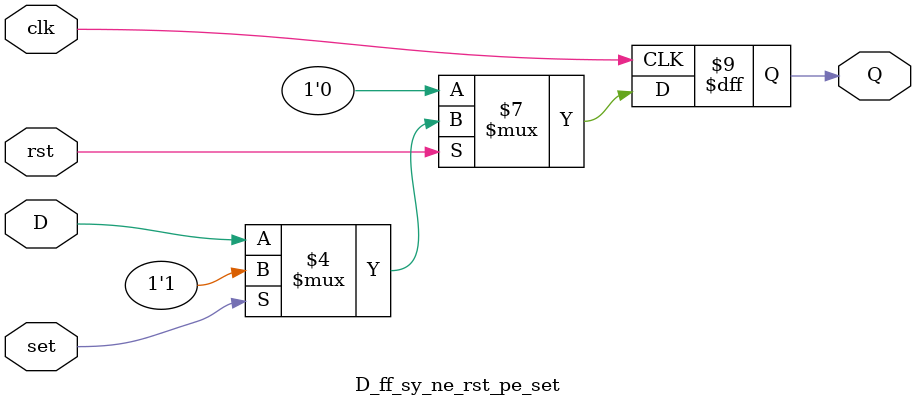
<source format=sv>
module D_ff_sy_ne_rst_pe_set(Q,D,clk,rst,set);
  input D,clk,rst,set;
  output reg Q;
  
  always @(posedge clk )
    begin
      if(!rst) Q <= 1'b0; 
      else if(set) Q <= 1'b1;
      else Q <= D;
    end
endmodule

</source>
